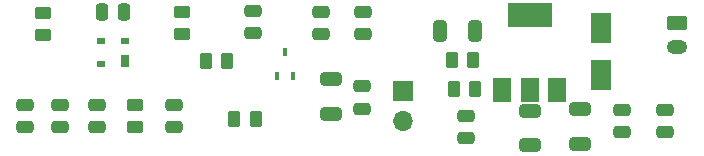
<source format=gts>
G04 #@! TF.GenerationSoftware,KiCad,Pcbnew,(6.0.4)*
G04 #@! TF.CreationDate,2022-04-05T13:55:54+02:00*
G04 #@! TF.ProjectId,Sonda_w_cz,536f6e64-615f-4775-9f63-7a2e6b696361,rev?*
G04 #@! TF.SameCoordinates,Original*
G04 #@! TF.FileFunction,Soldermask,Top*
G04 #@! TF.FilePolarity,Negative*
%FSLAX46Y46*%
G04 Gerber Fmt 4.6, Leading zero omitted, Abs format (unit mm)*
G04 Created by KiCad (PCBNEW (6.0.4)) date 2022-04-05 13:55:54*
%MOMM*%
%LPD*%
G01*
G04 APERTURE LIST*
G04 Aperture macros list*
%AMRoundRect*
0 Rectangle with rounded corners*
0 $1 Rounding radius*
0 $2 $3 $4 $5 $6 $7 $8 $9 X,Y pos of 4 corners*
0 Add a 4 corners polygon primitive as box body*
4,1,4,$2,$3,$4,$5,$6,$7,$8,$9,$2,$3,0*
0 Add four circle primitives for the rounded corners*
1,1,$1+$1,$2,$3*
1,1,$1+$1,$4,$5*
1,1,$1+$1,$6,$7*
1,1,$1+$1,$8,$9*
0 Add four rect primitives between the rounded corners*
20,1,$1+$1,$2,$3,$4,$5,0*
20,1,$1+$1,$4,$5,$6,$7,0*
20,1,$1+$1,$6,$7,$8,$9,0*
20,1,$1+$1,$8,$9,$2,$3,0*%
G04 Aperture macros list end*
%ADD10RoundRect,0.250000X0.325000X0.650000X-0.325000X0.650000X-0.325000X-0.650000X0.325000X-0.650000X0*%
%ADD11RoundRect,0.250000X0.262500X0.450000X-0.262500X0.450000X-0.262500X-0.450000X0.262500X-0.450000X0*%
%ADD12RoundRect,0.250000X0.475000X-0.250000X0.475000X0.250000X-0.475000X0.250000X-0.475000X-0.250000X0*%
%ADD13R,1.500000X2.000000*%
%ADD14R,3.800000X2.000000*%
%ADD15RoundRect,0.250000X-0.475000X0.250000X-0.475000X-0.250000X0.475000X-0.250000X0.475000X0.250000X0*%
%ADD16RoundRect,0.250000X0.450000X-0.262500X0.450000X0.262500X-0.450000X0.262500X-0.450000X-0.262500X0*%
%ADD17R,0.700000X1.000000*%
%ADD18R,0.700000X0.600000*%
%ADD19RoundRect,0.250000X-0.650000X0.325000X-0.650000X-0.325000X0.650000X-0.325000X0.650000X0.325000X0*%
%ADD20R,1.700000X1.700000*%
%ADD21O,1.700000X1.700000*%
%ADD22RoundRect,0.250000X0.250000X0.475000X-0.250000X0.475000X-0.250000X-0.475000X0.250000X-0.475000X0*%
%ADD23RoundRect,0.250000X-0.625000X0.350000X-0.625000X-0.350000X0.625000X-0.350000X0.625000X0.350000X0*%
%ADD24O,1.750000X1.200000*%
%ADD25RoundRect,0.250000X-0.450000X0.262500X-0.450000X-0.262500X0.450000X-0.262500X0.450000X0.262500X0*%
%ADD26RoundRect,0.250000X-0.262500X-0.450000X0.262500X-0.450000X0.262500X0.450000X-0.262500X0.450000X0*%
%ADD27R,0.450000X0.700000*%
%ADD28R,1.800000X2.500000*%
G04 APERTURE END LIST*
D10*
G04 #@! TO.C,C7*
X100075000Y-95800000D03*
X97125000Y-95800000D03*
G04 #@! TD*
D11*
G04 #@! TO.C,R5*
X79112500Y-98300000D03*
X77287500Y-98300000D03*
G04 #@! TD*
D12*
G04 #@! TO.C,C11*
X87000000Y-96050000D03*
X87000000Y-94150000D03*
G04 #@! TD*
D13*
G04 #@! TO.C,U1*
X102400000Y-100750000D03*
D14*
X104700000Y-94450000D03*
D13*
X104700000Y-100750000D03*
X107000000Y-100750000D03*
G04 #@! TD*
D15*
G04 #@! TO.C,C17*
X74600000Y-102050000D03*
X74600000Y-103950000D03*
G04 #@! TD*
G04 #@! TO.C,C8*
X62000000Y-102050000D03*
X62000000Y-103950000D03*
G04 #@! TD*
D16*
G04 #@! TO.C,R4*
X75300000Y-96012500D03*
X75300000Y-94187500D03*
G04 #@! TD*
D17*
G04 #@! TO.C,Q1*
X70400000Y-98350000D03*
D18*
X70400000Y-96650000D03*
X68400000Y-96650000D03*
X68400000Y-98550000D03*
G04 #@! TD*
D15*
G04 #@! TO.C,C1*
X116200000Y-102450000D03*
X116200000Y-104350000D03*
G04 #@! TD*
D19*
G04 #@! TO.C,C18*
X87900000Y-99825000D03*
X87900000Y-102775000D03*
G04 #@! TD*
D20*
G04 #@! TO.C,J2*
X94000000Y-100825000D03*
D21*
X94000000Y-103365000D03*
G04 #@! TD*
D22*
G04 #@! TO.C,C12*
X70350000Y-94200000D03*
X68450000Y-94200000D03*
G04 #@! TD*
D15*
G04 #@! TO.C,C5*
X99300000Y-102950000D03*
X99300000Y-104850000D03*
G04 #@! TD*
D19*
G04 #@! TO.C,C2*
X109000000Y-102425000D03*
X109000000Y-105375000D03*
G04 #@! TD*
D23*
G04 #@! TO.C,J1*
X117150000Y-95100000D03*
D24*
X117150000Y-97100000D03*
G04 #@! TD*
D12*
G04 #@! TO.C,C10*
X81300000Y-95950000D03*
X81300000Y-94050000D03*
G04 #@! TD*
D11*
G04 #@! TO.C,R2*
X99912500Y-98200000D03*
X98087500Y-98200000D03*
G04 #@! TD*
D12*
G04 #@! TO.C,C4*
X90600000Y-96050000D03*
X90600000Y-94150000D03*
G04 #@! TD*
D25*
G04 #@! TO.C,R8*
X63500000Y-94287500D03*
X63500000Y-96112500D03*
G04 #@! TD*
D26*
G04 #@! TO.C,R9*
X79687500Y-103200000D03*
X81512500Y-103200000D03*
G04 #@! TD*
G04 #@! TO.C,R1*
X98287500Y-100700000D03*
X100112500Y-100700000D03*
G04 #@! TD*
D15*
G04 #@! TO.C,C16*
X90500000Y-100450000D03*
X90500000Y-102350000D03*
G04 #@! TD*
G04 #@! TO.C,C14*
X68100000Y-102050000D03*
X68100000Y-103950000D03*
G04 #@! TD*
D16*
G04 #@! TO.C,R7*
X71300000Y-103912500D03*
X71300000Y-102087500D03*
G04 #@! TD*
D19*
G04 #@! TO.C,C6*
X104700000Y-102525000D03*
X104700000Y-105475000D03*
G04 #@! TD*
D15*
G04 #@! TO.C,C15*
X64900000Y-102050000D03*
X64900000Y-103950000D03*
G04 #@! TD*
G04 #@! TO.C,C3*
X112500000Y-102450000D03*
X112500000Y-104350000D03*
G04 #@! TD*
D27*
G04 #@! TO.C,Q2*
X83350000Y-99600000D03*
X84650000Y-99600000D03*
X84000000Y-97600000D03*
G04 #@! TD*
D28*
G04 #@! TO.C,D1*
X110700000Y-99500000D03*
X110700000Y-95500000D03*
G04 #@! TD*
M02*

</source>
